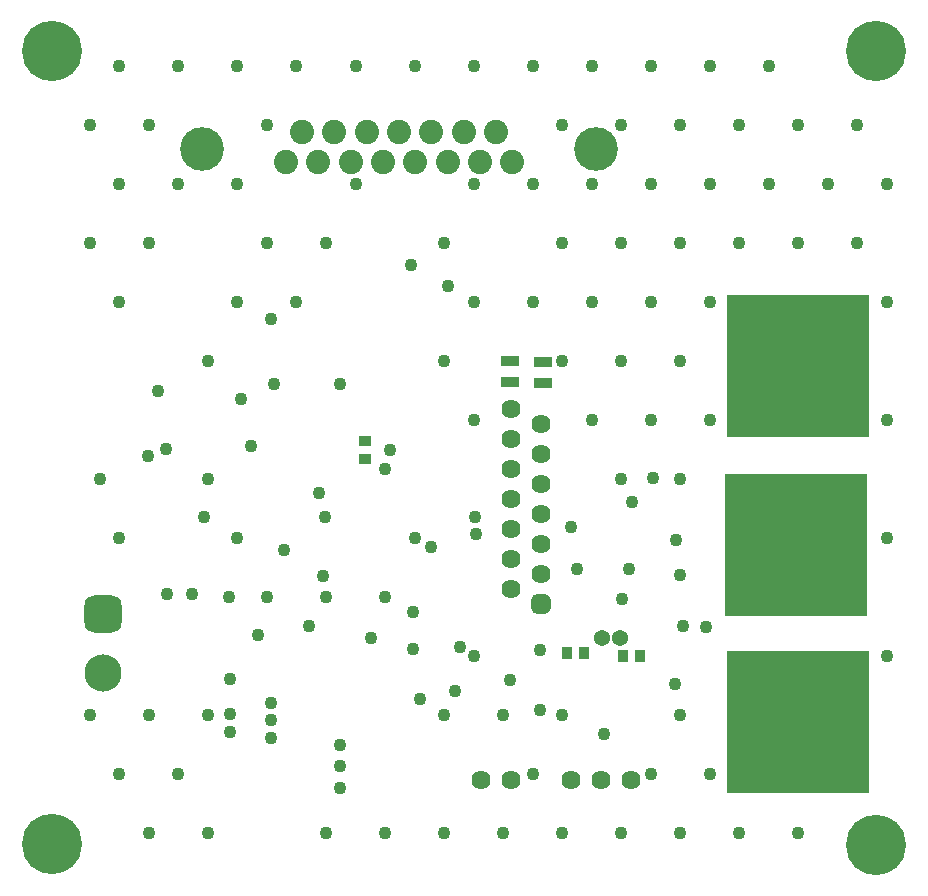
<source format=gbs>
G04 Layer_Color=16711935*
%FSLAX25Y25*%
%MOIN*%
G70*
G01*
G75*
%ADD50R,0.03543X0.04331*%
%ADD51R,0.04331X0.03543*%
%ADD64R,0.06394X0.03394*%
%ADD65R,0.47638X0.47638*%
G04:AMPARAMS|DCode=66|XSize=123.94mil|YSize=123.94mil|CornerRadius=31.97mil|HoleSize=0mil|Usage=FLASHONLY|Rotation=270.000|XOffset=0mil|YOffset=0mil|HoleType=Round|Shape=RoundedRectangle|*
%AMROUNDEDRECTD66*
21,1,0.12394,0.06000,0,0,270.0*
21,1,0.06000,0.12394,0,0,270.0*
1,1,0.06394,-0.03000,-0.03000*
1,1,0.06394,-0.03000,0.03000*
1,1,0.06394,0.03000,0.03000*
1,1,0.06394,0.03000,-0.03000*
%
%ADD66ROUNDEDRECTD66*%
%ADD67C,0.12394*%
%ADD68C,0.06394*%
G04:AMPARAMS|DCode=69|XSize=63.94mil|YSize=63.94mil|CornerRadius=16.97mil|HoleSize=0mil|Usage=FLASHONLY|Rotation=270.000|XOffset=0mil|YOffset=0mil|HoleType=Round|Shape=RoundedRectangle|*
%AMROUNDEDRECTD69*
21,1,0.06394,0.03000,0,0,270.0*
21,1,0.03000,0.06394,0,0,270.0*
1,1,0.03394,-0.01500,-0.01500*
1,1,0.03394,-0.01500,0.01500*
1,1,0.03394,0.01500,0.01500*
1,1,0.03394,0.01500,-0.01500*
%
%ADD69ROUNDEDRECTD69*%
%ADD70C,0.08079*%
%ADD71C,0.14567*%
%ADD72C,0.04331*%
%ADD73C,0.20079*%
%ADD74C,0.05394*%
D50*
X362008Y177284D02*
D03*
X356299D02*
D03*
X374803Y176083D02*
D03*
X380512D02*
D03*
D51*
X288976Y242028D02*
D03*
Y247736D02*
D03*
D64*
X348130Y267071D02*
D03*
Y274071D02*
D03*
X337106Y267465D02*
D03*
Y274465D02*
D03*
D65*
X433366Y154232D02*
D03*
X432677Y213386D02*
D03*
X433169Y272933D02*
D03*
D66*
X201575Y190157D02*
D03*
D67*
Y170473D02*
D03*
D68*
X337736Y258701D02*
D03*
X347736Y253701D02*
D03*
X337736Y248701D02*
D03*
X347736Y243701D02*
D03*
X337736Y238701D02*
D03*
X347736Y233701D02*
D03*
X337736Y218701D02*
D03*
X347736Y223701D02*
D03*
X337736Y228701D02*
D03*
X347736Y213701D02*
D03*
X337736Y208701D02*
D03*
Y198701D02*
D03*
X347736Y203701D02*
D03*
X327559Y135039D02*
D03*
X337559D02*
D03*
X357559D02*
D03*
X367559D02*
D03*
X377559D02*
D03*
D69*
X347736Y193701D02*
D03*
D70*
X338012Y340886D02*
D03*
X327224D02*
D03*
X316437D02*
D03*
X305650D02*
D03*
X294902D02*
D03*
X284075D02*
D03*
X273287D02*
D03*
X262500D02*
D03*
X332618Y350886D02*
D03*
X321831D02*
D03*
X311043D02*
D03*
X300256D02*
D03*
X289469D02*
D03*
X278681D02*
D03*
X267894D02*
D03*
D71*
X365846Y345295D02*
D03*
X234665D02*
D03*
D72*
X347244Y158346D02*
D03*
X337244Y168347D02*
D03*
X347244Y178347D02*
D03*
X261811Y211614D02*
D03*
X222539Y245374D02*
D03*
X318996Y164665D02*
D03*
X307185Y161909D02*
D03*
X280413Y132382D02*
D03*
Y146555D02*
D03*
X235138Y222539D02*
D03*
X216634Y243012D02*
D03*
X250886Y246161D02*
D03*
X219783Y264665D02*
D03*
X247736Y261909D02*
D03*
X243406Y195768D02*
D03*
X280413Y267027D02*
D03*
X231201Y196949D02*
D03*
X222933D02*
D03*
X257579Y148917D02*
D03*
Y154823D02*
D03*
Y160728D02*
D03*
X243799Y150886D02*
D03*
Y156791D02*
D03*
X320571Y179232D02*
D03*
X243799Y168602D02*
D03*
X280413Y139469D02*
D03*
X393799Y203248D02*
D03*
X392618Y214924D02*
D03*
X304823Y178445D02*
D03*
X376870Y205217D02*
D03*
X359547D02*
D03*
X291043Y182382D02*
D03*
X270374Y186319D02*
D03*
X253248Y183169D02*
D03*
X384744Y235531D02*
D03*
X378051Y227658D02*
D03*
X357618Y219153D02*
D03*
X374410Y195276D02*
D03*
X200689Y235335D02*
D03*
X257579Y288681D02*
D03*
X310791Y212437D02*
D03*
X325436Y222437D02*
D03*
X297244Y244783D02*
D03*
X273425Y230610D02*
D03*
X295571Y238583D02*
D03*
X394980Y186221D02*
D03*
X368504Y150394D02*
D03*
X275590Y222638D02*
D03*
X274902Y202756D02*
D03*
X304933Y190846D02*
D03*
X304232Y306594D02*
D03*
X316437Y299705D02*
D03*
X258563Y267028D02*
D03*
X402559Y186024D02*
D03*
X392224Y167027D02*
D03*
X325783Y217005D02*
D03*
X206997Y136790D02*
D03*
X197154Y156475D02*
D03*
X206997Y215530D02*
D03*
Y294270D02*
D03*
X197154Y313955D02*
D03*
X206997Y333640D02*
D03*
X197154Y353325D02*
D03*
X206997Y373010D02*
D03*
X216839Y117105D02*
D03*
X226682Y136790D02*
D03*
X216839Y156475D02*
D03*
Y313955D02*
D03*
X226682Y333640D02*
D03*
X216839Y353325D02*
D03*
X226682Y373010D02*
D03*
X236524Y117105D02*
D03*
Y156475D02*
D03*
X246367Y215530D02*
D03*
X236524Y235215D02*
D03*
Y274585D02*
D03*
X246367Y294270D02*
D03*
Y333640D02*
D03*
Y373010D02*
D03*
X256209Y195845D02*
D03*
X266052Y294270D02*
D03*
X256209Y313955D02*
D03*
Y353325D02*
D03*
X266052Y373010D02*
D03*
X275894Y117105D02*
D03*
Y195845D02*
D03*
Y313955D02*
D03*
X285737Y333640D02*
D03*
Y373010D02*
D03*
X295580Y117105D02*
D03*
Y195845D02*
D03*
X305422Y215530D02*
D03*
Y373010D02*
D03*
X315265Y117105D02*
D03*
Y156475D02*
D03*
X325107Y176160D02*
D03*
Y254900D02*
D03*
X315265Y274585D02*
D03*
X325107Y294270D02*
D03*
X315265Y313955D02*
D03*
X325107Y333640D02*
D03*
Y373010D02*
D03*
X334950Y117105D02*
D03*
X344792Y136790D02*
D03*
X334950Y156475D02*
D03*
X344792Y294270D02*
D03*
Y333640D02*
D03*
Y373010D02*
D03*
X354635Y117105D02*
D03*
Y156475D02*
D03*
X364477Y254900D02*
D03*
X354635Y274585D02*
D03*
X364477Y294270D02*
D03*
X354635Y313955D02*
D03*
X364477Y333640D02*
D03*
X354635Y353325D02*
D03*
X364477Y373010D02*
D03*
X374320Y117105D02*
D03*
X384162Y136790D02*
D03*
X374320Y235215D02*
D03*
X384162Y254900D02*
D03*
X374320Y274585D02*
D03*
X384162Y294270D02*
D03*
X374320Y313955D02*
D03*
X384162Y333640D02*
D03*
X374320Y353325D02*
D03*
X384162Y373010D02*
D03*
X394005Y117105D02*
D03*
X403847Y136790D02*
D03*
X394005Y156475D02*
D03*
Y235215D02*
D03*
X403847Y254900D02*
D03*
X394005Y274585D02*
D03*
X403847Y294270D02*
D03*
X394005Y313955D02*
D03*
X403847Y333640D02*
D03*
X394005Y353325D02*
D03*
X403847Y373010D02*
D03*
X413690Y117105D02*
D03*
Y313955D02*
D03*
X423532Y333640D02*
D03*
X413690Y353325D02*
D03*
X423532Y373010D02*
D03*
X433375Y117105D02*
D03*
Y313955D02*
D03*
X443217Y333640D02*
D03*
X433375Y353325D02*
D03*
X462902Y176160D02*
D03*
Y215530D02*
D03*
Y254900D02*
D03*
Y294270D02*
D03*
X453060Y313955D02*
D03*
X462902Y333640D02*
D03*
X453060Y353325D02*
D03*
D73*
X459252Y113386D02*
D03*
Y377854D02*
D03*
X184646Y377854D02*
D03*
Y113484D02*
D03*
D74*
X367815Y182382D02*
D03*
X373917Y182382D02*
D03*
M02*

</source>
